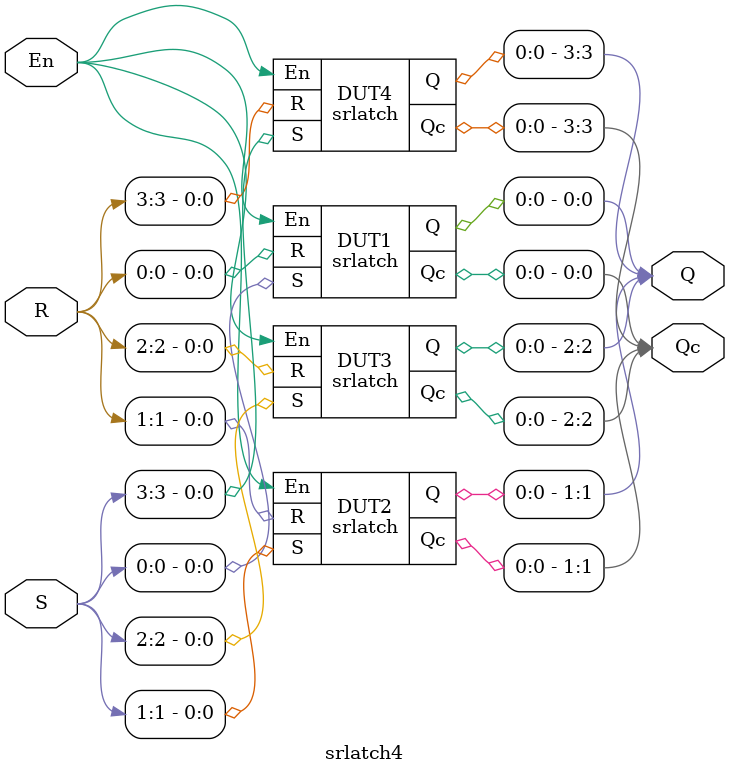
<source format=v>
module srlatch (S, R, En, Q, Qc);
	input S, R;
	input En;
	output Q, Qc;
	reg Q,Qc;
	always @(S or R or En)
		begin
			if(En)
			begin
				if(S!=R)
				begin
					Q=S;
					Qc=R;
				end

				else if(S==1 && R==1)
				begin
					Q=1'bZ;
					Qc=1'bZ;
				end
			end
		end
endmodule

module srlatch4 (S, R, En, Q, Qc);
	input [3:0] S, R;
	input En;
	output [3:0] Q, Qc;

	srlatch DUT1(S[0],R[0],En,Q[0],Qc[0]);
	srlatch DUT2(S[1],R[1],En,Q[1],Qc[1]);
	srlatch DUT3(S[2],R[2],En,Q[2],Qc[2]);
	srlatch DUT4(S[3],R[3],En,Q[3],Qc[3]);

endmodule

</source>
